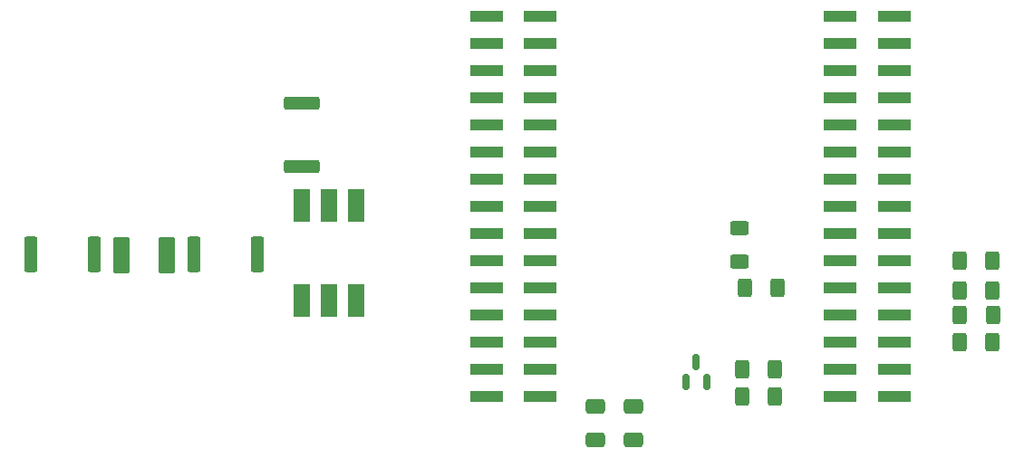
<source format=gtp>
%TF.GenerationSoftware,KiCad,Pcbnew,(6.0.4)*%
%TF.CreationDate,2022-05-12T18:27:44+02:00*%
%TF.ProjectId,projekt_1,70726f6a-656b-4745-9f31-2e6b69636164,rev?*%
%TF.SameCoordinates,Original*%
%TF.FileFunction,Paste,Top*%
%TF.FilePolarity,Positive*%
%FSLAX46Y46*%
G04 Gerber Fmt 4.6, Leading zero omitted, Abs format (unit mm)*
G04 Created by KiCad (PCBNEW (6.0.4)) date 2022-05-12 18:27:44*
%MOMM*%
%LPD*%
G01*
G04 APERTURE LIST*
G04 Aperture macros list*
%AMRoundRect*
0 Rectangle with rounded corners*
0 $1 Rounding radius*
0 $2 $3 $4 $5 $6 $7 $8 $9 X,Y pos of 4 corners*
0 Add a 4 corners polygon primitive as box body*
4,1,4,$2,$3,$4,$5,$6,$7,$8,$9,$2,$3,0*
0 Add four circle primitives for the rounded corners*
1,1,$1+$1,$2,$3*
1,1,$1+$1,$4,$5*
1,1,$1+$1,$6,$7*
1,1,$1+$1,$8,$9*
0 Add four rect primitives between the rounded corners*
20,1,$1+$1,$2,$3,$4,$5,0*
20,1,$1+$1,$4,$5,$6,$7,0*
20,1,$1+$1,$6,$7,$8,$9,0*
20,1,$1+$1,$8,$9,$2,$3,0*%
G04 Aperture macros list end*
%ADD10R,3.150000X1.000000*%
%ADD11RoundRect,0.150000X0.150000X-0.587500X0.150000X0.587500X-0.150000X0.587500X-0.150000X-0.587500X0*%
%ADD12RoundRect,0.250000X-0.400000X-0.625000X0.400000X-0.625000X0.400000X0.625000X-0.400000X0.625000X0*%
%ADD13R,1.600000X3.100000*%
%ADD14RoundRect,0.250000X0.400000X0.625000X-0.400000X0.625000X-0.400000X-0.625000X0.400000X-0.625000X0*%
%ADD15RoundRect,0.250000X-0.537500X-1.450000X0.537500X-1.450000X0.537500X1.450000X-0.537500X1.450000X0*%
%ADD16RoundRect,0.250000X0.362500X1.425000X-0.362500X1.425000X-0.362500X-1.425000X0.362500X-1.425000X0*%
%ADD17RoundRect,0.250000X-0.362500X-1.425000X0.362500X-1.425000X0.362500X1.425000X-0.362500X1.425000X0*%
%ADD18RoundRect,0.250000X-0.625000X0.400000X-0.625000X-0.400000X0.625000X-0.400000X0.625000X0.400000X0*%
%ADD19RoundRect,0.250000X-0.650000X0.412500X-0.650000X-0.412500X0.650000X-0.412500X0.650000X0.412500X0*%
%ADD20RoundRect,0.250000X-1.425000X0.362500X-1.425000X-0.362500X1.425000X-0.362500X1.425000X0.362500X0*%
G04 APERTURE END LIST*
D10*
%TO.C,J4*%
X67487800Y-62433200D03*
X67487800Y-64973200D03*
X67487800Y-67513200D03*
X67487800Y-70053200D03*
X67487800Y-72593200D03*
X67487800Y-75133200D03*
X67487800Y-77673200D03*
X67487800Y-80213200D03*
X67487800Y-82753200D03*
X67487800Y-85293200D03*
X67487800Y-87833200D03*
X67487800Y-90373200D03*
X67487800Y-92913200D03*
X67487800Y-95453200D03*
X67487800Y-97993200D03*
X72537800Y-62433200D03*
X72537800Y-64973200D03*
X72537800Y-67513200D03*
X72537800Y-70053200D03*
X72537800Y-72593200D03*
X72537800Y-75133200D03*
X72537800Y-77673200D03*
X72537800Y-80213200D03*
X72537800Y-82753200D03*
X72537800Y-85293200D03*
X72537800Y-87833200D03*
X72537800Y-90373200D03*
X72537800Y-92913200D03*
X72537800Y-95453200D03*
X72537800Y-97993200D03*
%TD*%
D11*
%TO.C,Q1*%
X86172000Y-96695500D03*
X88072000Y-96695500D03*
X87122000Y-94820500D03*
%TD*%
D12*
%TO.C,R2*%
X111708600Y-88138000D03*
X114808600Y-88138000D03*
%TD*%
D13*
%TO.C,U2*%
X50292000Y-89027000D03*
X52832000Y-89027000D03*
X55372000Y-89027000D03*
X55372000Y-80137000D03*
X52832000Y-80137000D03*
X50292000Y-80137000D03*
%TD*%
D10*
%TO.C,J5*%
X100558600Y-97993200D03*
X100558600Y-95453200D03*
X105608600Y-62433200D03*
X100558600Y-92913200D03*
X105608600Y-64973200D03*
X100558600Y-90373200D03*
X100558600Y-87833200D03*
X100558600Y-85293200D03*
X105608600Y-67513200D03*
X100558600Y-82753200D03*
X100558600Y-80213200D03*
X105608600Y-70053200D03*
X100558600Y-77673200D03*
X105608600Y-72593200D03*
X100558600Y-75133200D03*
X100558600Y-72593200D03*
X105608600Y-75133200D03*
X100558600Y-70053200D03*
X100558600Y-67513200D03*
X100558600Y-64973200D03*
X105608600Y-77673200D03*
X100558600Y-62433200D03*
X105608600Y-80213200D03*
X105608600Y-82753200D03*
X105608600Y-85293200D03*
X105608600Y-87833200D03*
X105608600Y-90373200D03*
X105608600Y-92913200D03*
X105608600Y-95453200D03*
X105608600Y-97993200D03*
%TD*%
D12*
%TO.C,R10*%
X111708600Y-92964000D03*
X114808600Y-92964000D03*
%TD*%
%TO.C,R11*%
X111708600Y-85344000D03*
X114808600Y-85344000D03*
%TD*%
D14*
%TO.C,R4*%
X94488600Y-97993200D03*
X91388600Y-97993200D03*
%TD*%
D15*
%TO.C,C3*%
X33397100Y-84785200D03*
X37672100Y-84785200D03*
%TD*%
D16*
%TO.C,R6*%
X46117100Y-84709200D03*
X40192100Y-84709200D03*
%TD*%
D12*
%TO.C,R9*%
X91642600Y-87833200D03*
X94742600Y-87833200D03*
%TD*%
D17*
%TO.C,R8*%
X30877100Y-84709200D03*
X24952100Y-84709200D03*
%TD*%
D18*
%TO.C,R5*%
X91186000Y-82270000D03*
X91186000Y-85370000D03*
%TD*%
D19*
%TO.C,C1*%
X81254600Y-98970700D03*
X81254600Y-102095700D03*
%TD*%
D20*
%TO.C,R7*%
X50266600Y-76495700D03*
X50266600Y-70570700D03*
%TD*%
D19*
%TO.C,C4*%
X77698600Y-98970700D03*
X77698600Y-102095700D03*
%TD*%
D12*
%TO.C,R1*%
X111734000Y-90424000D03*
X114834000Y-90424000D03*
%TD*%
D14*
%TO.C,R3*%
X94488600Y-95453200D03*
X91388600Y-95453200D03*
%TD*%
M02*

</source>
